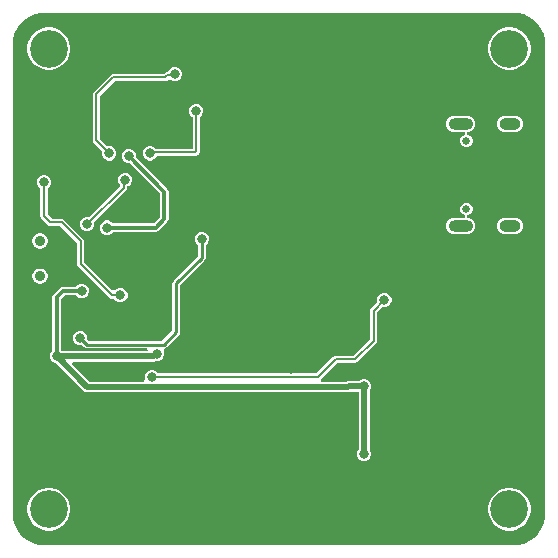
<source format=gbr>
%TF.GenerationSoftware,Altium Limited,Altium Designer,24.6.1 (21)*%
G04 Layer_Physical_Order=2*
G04 Layer_Color=16711680*
%FSLAX45Y45*%
%MOMM*%
%TF.SameCoordinates,6A5B3439-CA9B-47F1-B443-B48DB32901A5*%
%TF.FilePolarity,Positive*%
%TF.FileFunction,Copper,L2,Bot,Signal*%
%TF.Part,Single*%
G01*
G75*
%TA.AperFunction,Conductor*%
%ADD35C,0.30000*%
%ADD36C,0.20000*%
%ADD37C,0.25000*%
%ADD38C,0.50000*%
%TA.AperFunction,ComponentPad*%
%ADD41C,0.90000*%
%TA.AperFunction,ViaPad*%
%ADD42C,3.20000*%
%TA.AperFunction,ComponentPad*%
%ADD43O,1.80000X1.00000*%
%ADD44O,2.10000X1.00000*%
%ADD45C,0.65000*%
%TA.AperFunction,ViaPad*%
%ADD46C,0.80000*%
%ADD47C,2.00000*%
G36*
X4320089Y4490239D02*
X4366314Y4471092D01*
X4407915Y4443294D01*
X4443294Y4407915D01*
X4471092Y4366314D01*
X4490239Y4320089D01*
X4500000Y4271017D01*
Y4246000D01*
Y254000D01*
Y228983D01*
X4490239Y179911D01*
X4471092Y133686D01*
X4443294Y92084D01*
X4407915Y56705D01*
X4366314Y28908D01*
X4320089Y9761D01*
X4271017Y0D01*
X228983D01*
X179911Y9761D01*
X133686Y28908D01*
X92084Y56705D01*
X56705Y92084D01*
X28908Y133686D01*
X9761Y179911D01*
X0Y228983D01*
Y254000D01*
Y4246000D01*
Y4271017D01*
X9761Y4320089D01*
X28908Y4366314D01*
X56705Y4407915D01*
X92084Y4443294D01*
X133686Y4471092D01*
X179911Y4490239D01*
X228983Y4500000D01*
X4271017D01*
X4320089Y4490239D01*
D02*
G37*
%LPC*%
G36*
X4217728Y4380000D02*
X4182272D01*
X4147496Y4373083D01*
X4114738Y4359514D01*
X4085257Y4339815D01*
X4060185Y4314743D01*
X4040486Y4285262D01*
X4026917Y4252504D01*
X4020000Y4217728D01*
Y4182272D01*
X4026917Y4147496D01*
X4040486Y4114738D01*
X4060185Y4085257D01*
X4085257Y4060185D01*
X4114738Y4040486D01*
X4147496Y4026917D01*
X4182272Y4020000D01*
X4217728D01*
X4252504Y4026917D01*
X4285262Y4040486D01*
X4314743Y4060185D01*
X4339815Y4085257D01*
X4359514Y4114738D01*
X4373083Y4147496D01*
X4380000Y4182272D01*
Y4217728D01*
X4373083Y4252504D01*
X4359514Y4285262D01*
X4339815Y4314743D01*
X4314743Y4339815D01*
X4285262Y4359514D01*
X4252504Y4373083D01*
X4217728Y4380000D01*
D02*
G37*
G36*
X317728D02*
X282271D01*
X247496Y4373083D01*
X214738Y4359514D01*
X185257Y4339815D01*
X160185Y4314743D01*
X140486Y4285262D01*
X126917Y4252504D01*
X120000Y4217728D01*
Y4182272D01*
X126917Y4147496D01*
X140486Y4114738D01*
X160185Y4085257D01*
X185257Y4060185D01*
X214738Y4040486D01*
X247496Y4026917D01*
X282271Y4020000D01*
X317728D01*
X352504Y4026917D01*
X385262Y4040486D01*
X414743Y4060185D01*
X439815Y4085257D01*
X459514Y4114738D01*
X473083Y4147496D01*
X480000Y4182272D01*
Y4217728D01*
X473083Y4252504D01*
X459514Y4285262D01*
X439815Y4314743D01*
X414743Y4339815D01*
X385262Y4359514D01*
X352504Y4373083D01*
X317728Y4380000D01*
D02*
G37*
G36*
X1379435Y4045000D02*
X1355565D01*
X1333513Y4035865D01*
X1316634Y4018987D01*
X1310471Y4004107D01*
X1303520D01*
X1303519Y4004108D01*
X1291814Y4001779D01*
X1281890Y3995148D01*
X1274829Y3988088D01*
X845001D01*
X845000Y3988088D01*
X833295Y3985759D01*
X823371Y3979129D01*
X823371Y3979128D01*
X680871Y3836629D01*
X674241Y3826705D01*
X671912Y3815000D01*
X671912Y3814999D01*
Y3422501D01*
X671912Y3422500D01*
X674241Y3410795D01*
X680871Y3400871D01*
X753908Y3327834D01*
X752500Y3324435D01*
Y3300565D01*
X761634Y3278513D01*
X778513Y3261635D01*
X800565Y3252500D01*
X824435D01*
X846487Y3261635D01*
X863366Y3278513D01*
X872500Y3300565D01*
Y3324435D01*
X863366Y3346487D01*
X846487Y3363366D01*
X824435Y3372500D01*
X800565D01*
X797166Y3371092D01*
X733088Y3435170D01*
Y3802330D01*
X857670Y3926912D01*
X1287498D01*
X1287499Y3926912D01*
X1299205Y3929241D01*
X1309128Y3935871D01*
X1316189Y3942932D01*
X1324715D01*
X1333513Y3934134D01*
X1355565Y3925000D01*
X1379435D01*
X1401487Y3934134D01*
X1418365Y3951013D01*
X1427500Y3973065D01*
Y3996935D01*
X1418365Y4018987D01*
X1401487Y4035865D01*
X1379435Y4045000D01*
D02*
G37*
G36*
X4244500Y3632604D02*
X4164500D01*
X4146226Y3630198D01*
X4129198Y3623145D01*
X4114575Y3611925D01*
X4103355Y3597302D01*
X4096302Y3580274D01*
X4093896Y3562000D01*
X4096302Y3543727D01*
X4103355Y3526698D01*
X4114575Y3512076D01*
X4129198Y3500856D01*
X4146226Y3493802D01*
X4164500Y3491396D01*
X4244500D01*
X4262773Y3493802D01*
X4279802Y3500856D01*
X4294424Y3512076D01*
X4305644Y3526698D01*
X4312698Y3543727D01*
X4315104Y3562000D01*
X4312698Y3580274D01*
X4305644Y3597302D01*
X4294424Y3611925D01*
X4279802Y3623145D01*
X4262773Y3630198D01*
X4244500Y3632604D01*
D02*
G37*
G36*
X3841500D02*
X3731500D01*
X3713226Y3630198D01*
X3696198Y3623145D01*
X3681575Y3611925D01*
X3670355Y3597302D01*
X3663302Y3580274D01*
X3660896Y3562000D01*
X3663302Y3543727D01*
X3670355Y3526698D01*
X3681575Y3512076D01*
X3696198Y3500856D01*
X3713226Y3493802D01*
X3731500Y3491396D01*
X3821602D01*
X3825805Y3491396D01*
X3826056Y3471501D01*
X3822310Y3469948D01*
X3806761Y3463508D01*
X3791992Y3448739D01*
X3784000Y3429443D01*
Y3408557D01*
X3791992Y3389261D01*
X3806761Y3374493D01*
X3826057Y3366500D01*
X3846943D01*
X3866239Y3374493D01*
X3881007Y3389261D01*
X3889000Y3408557D01*
Y3429443D01*
X3881007Y3448739D01*
X3866239Y3463508D01*
X3846943Y3471500D01*
X3841751Y3471501D01*
X3841500Y3491396D01*
X3845677Y3491946D01*
X3859773Y3493802D01*
X3876802Y3500856D01*
X3891424Y3512076D01*
X3902644Y3526698D01*
X3909698Y3543727D01*
X3912104Y3562000D01*
X3909698Y3580274D01*
X3902644Y3597302D01*
X3891424Y3611925D01*
X3876802Y3623145D01*
X3859773Y3630198D01*
X3841500Y3632604D01*
D02*
G37*
G36*
X1561935Y3735000D02*
X1538065D01*
X1516013Y3725866D01*
X1499134Y3708987D01*
X1490000Y3686935D01*
Y3663065D01*
X1499134Y3641013D01*
X1516013Y3624134D01*
X1519412Y3622726D01*
Y3351838D01*
X1203015D01*
X1191487Y3363365D01*
X1169435Y3372500D01*
X1145565D01*
X1123513Y3363365D01*
X1106634Y3346487D01*
X1097500Y3324435D01*
Y3300565D01*
X1106634Y3278513D01*
X1123513Y3261634D01*
X1145565Y3252500D01*
X1169435D01*
X1191487Y3261634D01*
X1208365Y3278513D01*
X1213398Y3290662D01*
X1538283D01*
X1538284Y3290662D01*
X1549990Y3292991D01*
X1559913Y3299621D01*
X1571628Y3311336D01*
X1571629Y3311337D01*
X1578259Y3321260D01*
X1580588Y3332966D01*
X1580588Y3332967D01*
Y3622726D01*
X1583987Y3624134D01*
X1600865Y3641013D01*
X1610000Y3663065D01*
Y3686935D01*
X1600865Y3708987D01*
X1583987Y3725866D01*
X1561935Y3735000D01*
D02*
G37*
G36*
X959435Y3150000D02*
X935565D01*
X913513Y3140865D01*
X896634Y3123987D01*
X887500Y3101935D01*
Y3078065D01*
X896634Y3056013D01*
X900854Y3051793D01*
Y3029111D01*
X642834Y2771092D01*
X639435Y2772500D01*
X615565D01*
X593513Y2763366D01*
X576634Y2746487D01*
X567500Y2724435D01*
Y2700565D01*
X576634Y2678513D01*
X593513Y2661635D01*
X615565Y2652500D01*
X639435D01*
X661487Y2661635D01*
X678365Y2678513D01*
X687500Y2700565D01*
Y2724435D01*
X686092Y2727834D01*
X957648Y2999390D01*
X957649Y2999391D01*
X964279Y3009314D01*
X966607Y3021020D01*
Y3032971D01*
X981487Y3039134D01*
X998366Y3056013D01*
X1007500Y3078065D01*
Y3101935D01*
X998366Y3123987D01*
X981487Y3140865D01*
X959435Y3150000D01*
D02*
G37*
G36*
X989435Y3352500D02*
X965565D01*
X943513Y3343366D01*
X926634Y3326487D01*
X917500Y3304435D01*
Y3280565D01*
X926634Y3258513D01*
X943513Y3241635D01*
X965565Y3232500D01*
X987033D01*
X1244314Y2975219D01*
Y2774782D01*
X1190218Y2720686D01*
X841667D01*
X826487Y2735865D01*
X804435Y2745000D01*
X780565D01*
X758513Y2735865D01*
X741635Y2718987D01*
X732500Y2696935D01*
Y2673065D01*
X741635Y2651013D01*
X758513Y2634134D01*
X780565Y2625000D01*
X804435D01*
X826487Y2634134D01*
X841667Y2649314D01*
X1205000D01*
X1218656Y2652031D01*
X1230234Y2659766D01*
X1305234Y2734766D01*
X1312969Y2746344D01*
X1315686Y2760000D01*
Y2990000D01*
X1312969Y3003656D01*
X1305234Y3015234D01*
X1037500Y3282968D01*
Y3304435D01*
X1028365Y3326487D01*
X1011487Y3343366D01*
X989435Y3352500D01*
D02*
G37*
G36*
X4244500Y2768604D02*
X4164500D01*
X4146226Y2766198D01*
X4129198Y2759145D01*
X4114575Y2747925D01*
X4103355Y2733302D01*
X4096302Y2716274D01*
X4093896Y2698000D01*
X4096302Y2679727D01*
X4103355Y2662699D01*
X4114575Y2648076D01*
X4129198Y2636856D01*
X4146226Y2629802D01*
X4164500Y2627397D01*
X4244500D01*
X4262773Y2629802D01*
X4279802Y2636856D01*
X4294424Y2648076D01*
X4305644Y2662699D01*
X4312698Y2679727D01*
X4315104Y2698000D01*
X4312698Y2716274D01*
X4305644Y2733302D01*
X4294424Y2747925D01*
X4279802Y2759145D01*
X4262773Y2766198D01*
X4244500Y2768604D01*
D02*
G37*
G36*
X3846943Y2893500D02*
X3826057D01*
X3806761Y2885508D01*
X3791992Y2870739D01*
X3784000Y2851443D01*
Y2830557D01*
X3791992Y2811262D01*
X3806761Y2796493D01*
X3822310Y2790052D01*
X3826056Y2788500D01*
X3825805Y2768605D01*
X3821602Y2768604D01*
X3731500D01*
X3713226Y2766198D01*
X3696198Y2759145D01*
X3681575Y2747925D01*
X3670355Y2733302D01*
X3663302Y2716274D01*
X3660896Y2698000D01*
X3663302Y2679727D01*
X3670355Y2662699D01*
X3681575Y2648076D01*
X3696198Y2636856D01*
X3713226Y2629802D01*
X3731500Y2627397D01*
X3841500D01*
X3859773Y2629802D01*
X3876802Y2636856D01*
X3891424Y2648076D01*
X3902644Y2662699D01*
X3909698Y2679727D01*
X3912104Y2698000D01*
X3909698Y2716274D01*
X3902644Y2733302D01*
X3891424Y2747925D01*
X3876802Y2759145D01*
X3859773Y2766198D01*
X3845677Y2768054D01*
X3841500Y2768605D01*
X3841751Y2788500D01*
X3846943Y2788500D01*
X3866239Y2796493D01*
X3881007Y2811262D01*
X3889000Y2830557D01*
Y2851443D01*
X3881007Y2870739D01*
X3866239Y2885508D01*
X3846943Y2893500D01*
D02*
G37*
G36*
X235058Y2637500D02*
X217943D01*
X201411Y2633070D01*
X186589Y2624513D01*
X174487Y2612411D01*
X165930Y2597589D01*
X161500Y2581058D01*
Y2563943D01*
X165930Y2547411D01*
X174487Y2532589D01*
X186589Y2520487D01*
X201411Y2511930D01*
X217943Y2507500D01*
X235058D01*
X251589Y2511930D01*
X266411Y2520487D01*
X278513Y2532589D01*
X287070Y2547411D01*
X291500Y2563943D01*
Y2581058D01*
X287070Y2597589D01*
X278513Y2612411D01*
X266411Y2624513D01*
X251589Y2633070D01*
X235058Y2637500D01*
D02*
G37*
G36*
Y2337500D02*
X217943D01*
X201411Y2333070D01*
X186589Y2324513D01*
X174487Y2312411D01*
X165930Y2297589D01*
X161500Y2281058D01*
Y2263943D01*
X165930Y2247411D01*
X174487Y2232589D01*
X186589Y2220487D01*
X201411Y2211930D01*
X217943Y2207500D01*
X235058D01*
X251589Y2211930D01*
X266411Y2220487D01*
X278513Y2232589D01*
X287070Y2247411D01*
X291500Y2263943D01*
Y2281058D01*
X287070Y2297589D01*
X278513Y2312411D01*
X266411Y2324513D01*
X251589Y2333070D01*
X235058Y2337500D01*
D02*
G37*
G36*
X1606935Y2650000D02*
X1583065D01*
X1561013Y2640865D01*
X1544134Y2623987D01*
X1535000Y2601935D01*
Y2578065D01*
X1544134Y2556013D01*
X1561013Y2539134D01*
X1561863Y2538782D01*
Y2441226D01*
X1356569Y2235931D01*
X1349386Y2225181D01*
X1346863Y2212500D01*
Y1813951D01*
X1261049Y1728136D01*
X641701D01*
X627500Y1740565D01*
Y1764435D01*
X618366Y1786487D01*
X601487Y1803365D01*
X579435Y1812500D01*
X555565D01*
X533513Y1803365D01*
X516634Y1786487D01*
X507500Y1764435D01*
Y1740565D01*
X516634Y1718513D01*
X533513Y1701634D01*
X555565Y1692500D01*
X579435D01*
X580285Y1692852D01*
X601569Y1671569D01*
X612319Y1664386D01*
X625000Y1661863D01*
X1131479D01*
X1143081Y1641863D01*
X1142520Y1640882D01*
X406471D01*
X403186Y1644167D01*
Y2082718D01*
X434781Y2114314D01*
X528333D01*
X543513Y2099134D01*
X565565Y2090000D01*
X589435D01*
X611487Y2099134D01*
X628366Y2116013D01*
X637500Y2138065D01*
Y2161935D01*
X628366Y2183987D01*
X611487Y2200866D01*
X589435Y2210000D01*
X565565D01*
X543513Y2200866D01*
X528333Y2185686D01*
X420000D01*
X406344Y2182969D01*
X394766Y2175234D01*
X342266Y2122734D01*
X334531Y2111156D01*
X331814Y2097500D01*
Y1644167D01*
X316634Y1628987D01*
X307500Y1606935D01*
Y1583065D01*
X316634Y1561013D01*
X333513Y1544135D01*
X355565Y1535000D01*
X362613D01*
X595057Y1302557D01*
X609942Y1292611D01*
X627500Y1289118D01*
X2837499D01*
X2855057Y1292611D01*
X2861055Y1296619D01*
X2924118D01*
Y803971D01*
X2921634Y801487D01*
X2912500Y779435D01*
Y755565D01*
X2921634Y733513D01*
X2938513Y716635D01*
X2960565Y707500D01*
X2984435D01*
X3006487Y716635D01*
X3023366Y733513D01*
X3032500Y755565D01*
Y779435D01*
X3023366Y801487D01*
X3015881Y808971D01*
Y1303529D01*
X3020865Y1308513D01*
X3030000Y1330566D01*
Y1354435D01*
X3020865Y1376487D01*
X3003987Y1393366D01*
X2981935Y1402500D01*
X2958065D01*
X2936013Y1393366D01*
X2931029Y1388382D01*
X2844999D01*
X2827441Y1384889D01*
X2821443Y1380881D01*
X2608953D01*
X2603451Y1390677D01*
X2601639Y1400881D01*
X2741420Y1540662D01*
X2893748D01*
X2893750Y1540662D01*
X2905455Y1542991D01*
X2915378Y1549621D01*
X3072878Y1707121D01*
X3072879Y1707121D01*
X3079509Y1717045D01*
X3081838Y1728750D01*
X3081838Y1728751D01*
Y1968580D01*
X3127166Y2013908D01*
X3130565Y2012500D01*
X3154435D01*
X3176487Y2021635D01*
X3193365Y2038513D01*
X3202500Y2060565D01*
Y2084435D01*
X3193365Y2106487D01*
X3176487Y2123366D01*
X3154435Y2132500D01*
X3130565D01*
X3108513Y2123366D01*
X3091634Y2106487D01*
X3082500Y2084435D01*
Y2060565D01*
X3083908Y2057166D01*
X3029621Y2002879D01*
X3022991Y1992955D01*
X3020662Y1981250D01*
X3020662Y1981249D01*
Y1741420D01*
X2881080Y1601838D01*
X2728751D01*
X2728750Y1601838D01*
X2717045Y1599509D01*
X2707121Y1592879D01*
X2707121Y1592878D01*
X2564830Y1450588D01*
X1227274D01*
X1225865Y1453987D01*
X1208987Y1470865D01*
X1186935Y1480000D01*
X1163065D01*
X1141013Y1470865D01*
X1124134Y1453987D01*
X1115000Y1431935D01*
Y1408065D01*
X1117976Y1400882D01*
X1104612Y1380881D01*
X646505D01*
X496746Y1530641D01*
X504399Y1549119D01*
X1189382D01*
X1206940Y1552611D01*
X1214257Y1557500D01*
X1231935D01*
X1253987Y1566634D01*
X1270866Y1583513D01*
X1280000Y1605565D01*
Y1629435D01*
X1274840Y1641891D01*
X1274833Y1644111D01*
X1284253Y1663021D01*
X1285351Y1663967D01*
X1287455Y1664386D01*
X1298205Y1671569D01*
X1403431Y1776795D01*
X1410614Y1787545D01*
X1413137Y1800226D01*
Y2198775D01*
X1618431Y2404069D01*
X1625614Y2414819D01*
X1628136Y2427500D01*
Y2538782D01*
X1628987Y2539134D01*
X1645865Y2556013D01*
X1655000Y2578065D01*
Y2601935D01*
X1645865Y2623987D01*
X1628987Y2640865D01*
X1606935Y2650000D01*
D02*
G37*
G36*
X271935Y3127500D02*
X248065D01*
X226013Y3118366D01*
X209134Y3101487D01*
X200000Y3079435D01*
Y3055565D01*
X209134Y3033513D01*
X226013Y3016635D01*
X229412Y3015226D01*
Y2784802D01*
X229412Y2784800D01*
X231741Y2773095D01*
X238371Y2763172D01*
X293171Y2708372D01*
X293172Y2708371D01*
X303095Y2701741D01*
X314800Y2699412D01*
X314802Y2699412D01*
X397330D01*
X539412Y2557330D01*
Y2380002D01*
X539412Y2380001D01*
X541741Y2368295D01*
X548371Y2358372D01*
X816891Y2089852D01*
X816891Y2089852D01*
X826814Y2083221D01*
X838520Y2080893D01*
X855649D01*
X856635Y2078513D01*
X873513Y2061634D01*
X895565Y2052500D01*
X919435D01*
X941487Y2061634D01*
X958366Y2078513D01*
X967500Y2100565D01*
Y2124435D01*
X958366Y2146487D01*
X941487Y2163365D01*
X919435Y2172500D01*
X895565D01*
X873513Y2163365D01*
X865633Y2155485D01*
X840617Y2153726D01*
X838637Y2154621D01*
X600588Y2392671D01*
Y2569999D01*
X600588Y2570000D01*
X598259Y2581705D01*
X591629Y2591629D01*
X431629Y2751629D01*
X421705Y2758259D01*
X410000Y2760588D01*
X409999Y2760588D01*
X327470D01*
X290588Y2797470D01*
Y3015226D01*
X293987Y3016635D01*
X310866Y3033513D01*
X320000Y3055565D01*
Y3079435D01*
X310866Y3101487D01*
X293987Y3118366D01*
X271935Y3127500D01*
D02*
G37*
G36*
X4217728Y480000D02*
X4182272D01*
X4147496Y473083D01*
X4114738Y459514D01*
X4085257Y439815D01*
X4060185Y414743D01*
X4040486Y385262D01*
X4026917Y352504D01*
X4020000Y317729D01*
Y282272D01*
X4026917Y247496D01*
X4040486Y214738D01*
X4060185Y185257D01*
X4085257Y160185D01*
X4114738Y140486D01*
X4147496Y126917D01*
X4182272Y120000D01*
X4217728D01*
X4252504Y126917D01*
X4285262Y140486D01*
X4314743Y160185D01*
X4339815Y185257D01*
X4359514Y214738D01*
X4373083Y247496D01*
X4380000Y282272D01*
Y317729D01*
X4373083Y352504D01*
X4359514Y385262D01*
X4339815Y414743D01*
X4314743Y439815D01*
X4285262Y459514D01*
X4252504Y473083D01*
X4217728Y480000D01*
D02*
G37*
G36*
X317728D02*
X282271D01*
X247496Y473083D01*
X214738Y459514D01*
X185257Y439815D01*
X160185Y414743D01*
X140486Y385262D01*
X126917Y352504D01*
X120000Y317729D01*
Y282272D01*
X126917Y247496D01*
X140486Y214738D01*
X160185Y185257D01*
X185257Y160185D01*
X214738Y140486D01*
X247496Y126917D01*
X282271Y120000D01*
X317728D01*
X352504Y126917D01*
X385262Y140486D01*
X414743Y160185D01*
X439815Y185257D01*
X459514Y214738D01*
X473083Y247496D01*
X480000Y282272D01*
Y317729D01*
X473083Y352504D01*
X459514Y385262D01*
X439815Y414743D01*
X414743Y439815D01*
X385262Y459514D01*
X352504Y473083D01*
X317728Y480000D01*
D02*
G37*
%LPD*%
D35*
X367500Y2097500D02*
X420000Y2150000D01*
X577500D01*
X367500Y1595000D02*
Y2097500D01*
X1205000Y2685000D02*
X1280000Y2760000D01*
Y2990000D01*
X792500Y2685000D02*
X1205000D01*
X977500Y3292500D02*
X1280000Y2990000D01*
D36*
X627500Y2712500D02*
X936020Y3021020D01*
Y3078520D01*
X947500Y3090000D01*
X260000Y2784800D02*
Y3067500D01*
Y2784800D02*
X314800Y2730000D01*
X410000D01*
X906481Y2111480D02*
X907500Y2112500D01*
X838520Y2111480D02*
X906481D01*
X570000Y2380001D02*
X838520Y2111480D01*
X570000Y2380001D02*
Y2570000D01*
X410000Y2730000D02*
X570000Y2570000D01*
X702500Y3422500D02*
X812500Y3312500D01*
X702500Y3422500D02*
Y3815000D01*
X845000Y3957500D01*
X2577500Y1420000D02*
X2728750Y1571250D01*
X1175000Y1420000D02*
X2577500D01*
X3051250Y1728750D02*
Y1981250D01*
X3142500Y2072500D01*
X1538284Y3321250D02*
X1550000Y3332966D01*
X1166250Y3321250D02*
X1538284D01*
X1550000Y3332966D02*
Y3675000D01*
X1157500Y3312500D02*
X1166250Y3321250D01*
X845000Y3957500D02*
X1287499D01*
X1303519Y3973520D01*
X1356020D01*
X1367500Y3985000D01*
X2893750Y1571250D02*
X3051250Y1728750D01*
X2728750Y1571250D02*
X2893750D01*
D37*
X1380000Y1800226D02*
Y2212500D01*
X1595000Y2427500D01*
Y2590000D01*
X625000Y1695000D02*
X1274774D01*
X1380000Y1800226D01*
X567500Y1752500D02*
X625000Y1695000D01*
D38*
X367500Y1595000D02*
X1189382D01*
X1211882Y1617500D01*
X1220000D01*
X367500Y1595000D02*
X627500Y1335000D01*
X2837499D01*
X2844999Y1342500D01*
X2970000Y770000D02*
Y1342500D01*
Y770000D02*
X2972500Y767500D01*
X2844999Y1342500D02*
X2970000D01*
D41*
X226500Y2572500D02*
D03*
Y2272500D02*
D03*
D42*
X4200000Y300000D02*
D03*
X300000D02*
D03*
X4200000Y4200000D02*
D03*
X300000D02*
D03*
D43*
X4204500Y3562000D02*
D03*
Y2698000D02*
D03*
D44*
X3786500Y3562000D02*
D03*
Y2698000D02*
D03*
D45*
X3836500Y2841000D02*
D03*
Y3419000D02*
D03*
D46*
X1725000Y1530000D02*
D03*
X465000Y2045000D02*
D03*
X577500Y2150000D02*
D03*
X627500Y2712500D02*
D03*
X260000Y3067500D02*
D03*
X467500D02*
D03*
X812500Y3312500D02*
D03*
X862500Y3482500D02*
D03*
X367500Y1595000D02*
D03*
X1220000Y1617500D02*
D03*
X1080000Y1767500D02*
D03*
X2350000Y1490000D02*
D03*
X2972500Y767500D02*
D03*
X3142500Y2072500D02*
D03*
X1420000Y2895000D02*
D03*
X1930000Y3207500D02*
D03*
X947500Y3090000D02*
D03*
X1550000Y3675000D02*
D03*
X1175000Y1420000D02*
D03*
X582528Y1237560D02*
D03*
X1260000Y1180000D02*
D03*
X3492500Y2597500D02*
D03*
X792500Y2685000D02*
D03*
X3790000Y2270000D02*
D03*
X3435000Y1937500D02*
D03*
X3810000Y2080000D02*
D03*
X2970000Y1342500D02*
D03*
X3165000Y467500D02*
D03*
X3347500Y1060000D02*
D03*
X977500Y3292500D02*
D03*
X1157500Y3312500D02*
D03*
X3780000Y2570000D02*
D03*
X300000Y580000D02*
D03*
X627500Y1992500D02*
D03*
X1090000Y780000D02*
D03*
X567500Y1752500D02*
D03*
X1595000Y2590000D02*
D03*
X1007500Y4350000D02*
D03*
X3760000Y840000D02*
D03*
X4030000Y1440000D02*
D03*
X3500000Y3630000D02*
D03*
X2982500Y4270750D02*
D03*
X907500Y2112500D02*
D03*
X1367500Y3985000D02*
D03*
D47*
X2530000Y2115000D02*
D03*
X2130000D02*
D03*
X2530000Y2515000D02*
D03*
X2130000D02*
D03*
%TF.MD5,e5aac852891721ec0564b682581d9aa1*%
M02*

</source>
